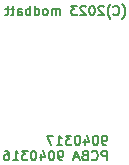
<source format=gbo>
%TF.GenerationSoftware,KiCad,Pcbnew,8.0.2*%
%TF.CreationDate,2024-05-22T08:13:53-07:00*%
%TF.ProjectId,cell string,63656c6c-2073-4747-9269-6e672e6b6963,rev?*%
%TF.SameCoordinates,Original*%
%TF.FileFunction,Legend,Bot*%
%TF.FilePolarity,Positive*%
%FSLAX46Y46*%
G04 Gerber Fmt 4.6, Leading zero omitted, Abs format (unit mm)*
G04 Created by KiCad (PCBNEW 8.0.2) date 2024-05-22 08:13:53*
%MOMM*%
%LPD*%
G01*
G04 APERTURE LIST*
G04 Aperture macros list*
%AMRotRect*
0 Rectangle, with rotation*
0 The origin of the aperture is its center*
0 $1 length*
0 $2 width*
0 $3 Rotation angle, in degrees counterclockwise*
0 Add horizontal line*
21,1,$1,$2,0,0,$3*%
G04 Aperture macros list end*
%ADD10C,0.150000*%
%ADD11C,9.000000*%
%ADD12R,12.000000X7.200000*%
%ADD13C,4.000000*%
%ADD14RotRect,12.000000X7.200000X60.000000*%
%ADD15C,1.700000*%
%ADD16RotRect,12.000000X7.200000X300.000000*%
%ADD17RotRect,12.000000X7.200000X240.000000*%
G04 APERTURE END LIST*
D10*
X-21642731Y-145204057D02*
X-21604636Y-145165961D01*
X-21604636Y-145165961D02*
X-21528445Y-145051676D01*
X-21528445Y-145051676D02*
X-21490350Y-144975485D01*
X-21490350Y-144975485D02*
X-21452255Y-144861200D01*
X-21452255Y-144861200D02*
X-21414160Y-144670723D01*
X-21414160Y-144670723D02*
X-21414160Y-144518342D01*
X-21414160Y-144518342D02*
X-21452255Y-144327866D01*
X-21452255Y-144327866D02*
X-21490350Y-144213580D01*
X-21490350Y-144213580D02*
X-21528445Y-144137390D01*
X-21528445Y-144137390D02*
X-21604636Y-144023104D01*
X-21604636Y-144023104D02*
X-21642731Y-143985009D01*
X-22404636Y-144823104D02*
X-22366540Y-144861200D01*
X-22366540Y-144861200D02*
X-22252255Y-144899295D01*
X-22252255Y-144899295D02*
X-22176064Y-144899295D01*
X-22176064Y-144899295D02*
X-22061778Y-144861200D01*
X-22061778Y-144861200D02*
X-21985588Y-144785009D01*
X-21985588Y-144785009D02*
X-21947493Y-144708819D01*
X-21947493Y-144708819D02*
X-21909397Y-144556438D01*
X-21909397Y-144556438D02*
X-21909397Y-144442152D01*
X-21909397Y-144442152D02*
X-21947493Y-144289771D01*
X-21947493Y-144289771D02*
X-21985588Y-144213580D01*
X-21985588Y-144213580D02*
X-22061778Y-144137390D01*
X-22061778Y-144137390D02*
X-22176064Y-144099295D01*
X-22176064Y-144099295D02*
X-22252255Y-144099295D01*
X-22252255Y-144099295D02*
X-22366540Y-144137390D01*
X-22366540Y-144137390D02*
X-22404636Y-144175485D01*
X-22671302Y-145204057D02*
X-22709397Y-145165961D01*
X-22709397Y-145165961D02*
X-22785588Y-145051676D01*
X-22785588Y-145051676D02*
X-22823683Y-144975485D01*
X-22823683Y-144975485D02*
X-22861778Y-144861200D01*
X-22861778Y-144861200D02*
X-22899874Y-144670723D01*
X-22899874Y-144670723D02*
X-22899874Y-144518342D01*
X-22899874Y-144518342D02*
X-22861778Y-144327866D01*
X-22861778Y-144327866D02*
X-22823683Y-144213580D01*
X-22823683Y-144213580D02*
X-22785588Y-144137390D01*
X-22785588Y-144137390D02*
X-22709397Y-144023104D01*
X-22709397Y-144023104D02*
X-22671302Y-143985009D01*
X-23242730Y-144175485D02*
X-23280826Y-144137390D01*
X-23280826Y-144137390D02*
X-23357016Y-144099295D01*
X-23357016Y-144099295D02*
X-23547492Y-144099295D01*
X-23547492Y-144099295D02*
X-23623683Y-144137390D01*
X-23623683Y-144137390D02*
X-23661778Y-144175485D01*
X-23661778Y-144175485D02*
X-23699873Y-144251676D01*
X-23699873Y-144251676D02*
X-23699873Y-144327866D01*
X-23699873Y-144327866D02*
X-23661778Y-144442152D01*
X-23661778Y-144442152D02*
X-23204635Y-144899295D01*
X-23204635Y-144899295D02*
X-23699873Y-144899295D01*
X-24195112Y-144099295D02*
X-24271302Y-144099295D01*
X-24271302Y-144099295D02*
X-24347493Y-144137390D01*
X-24347493Y-144137390D02*
X-24385588Y-144175485D01*
X-24385588Y-144175485D02*
X-24423683Y-144251676D01*
X-24423683Y-144251676D02*
X-24461778Y-144404057D01*
X-24461778Y-144404057D02*
X-24461778Y-144594533D01*
X-24461778Y-144594533D02*
X-24423683Y-144746914D01*
X-24423683Y-144746914D02*
X-24385588Y-144823104D01*
X-24385588Y-144823104D02*
X-24347493Y-144861200D01*
X-24347493Y-144861200D02*
X-24271302Y-144899295D01*
X-24271302Y-144899295D02*
X-24195112Y-144899295D01*
X-24195112Y-144899295D02*
X-24118921Y-144861200D01*
X-24118921Y-144861200D02*
X-24080826Y-144823104D01*
X-24080826Y-144823104D02*
X-24042731Y-144746914D01*
X-24042731Y-144746914D02*
X-24004635Y-144594533D01*
X-24004635Y-144594533D02*
X-24004635Y-144404057D01*
X-24004635Y-144404057D02*
X-24042731Y-144251676D01*
X-24042731Y-144251676D02*
X-24080826Y-144175485D01*
X-24080826Y-144175485D02*
X-24118921Y-144137390D01*
X-24118921Y-144137390D02*
X-24195112Y-144099295D01*
X-24766540Y-144175485D02*
X-24804636Y-144137390D01*
X-24804636Y-144137390D02*
X-24880826Y-144099295D01*
X-24880826Y-144099295D02*
X-25071302Y-144099295D01*
X-25071302Y-144099295D02*
X-25147493Y-144137390D01*
X-25147493Y-144137390D02*
X-25185588Y-144175485D01*
X-25185588Y-144175485D02*
X-25223683Y-144251676D01*
X-25223683Y-144251676D02*
X-25223683Y-144327866D01*
X-25223683Y-144327866D02*
X-25185588Y-144442152D01*
X-25185588Y-144442152D02*
X-24728445Y-144899295D01*
X-24728445Y-144899295D02*
X-25223683Y-144899295D01*
X-25490350Y-144099295D02*
X-25985588Y-144099295D01*
X-25985588Y-144099295D02*
X-25718922Y-144404057D01*
X-25718922Y-144404057D02*
X-25833207Y-144404057D01*
X-25833207Y-144404057D02*
X-25909398Y-144442152D01*
X-25909398Y-144442152D02*
X-25947493Y-144480247D01*
X-25947493Y-144480247D02*
X-25985588Y-144556438D01*
X-25985588Y-144556438D02*
X-25985588Y-144746914D01*
X-25985588Y-144746914D02*
X-25947493Y-144823104D01*
X-25947493Y-144823104D02*
X-25909398Y-144861200D01*
X-25909398Y-144861200D02*
X-25833207Y-144899295D01*
X-25833207Y-144899295D02*
X-25604636Y-144899295D01*
X-25604636Y-144899295D02*
X-25528445Y-144861200D01*
X-25528445Y-144861200D02*
X-25490350Y-144823104D01*
X-26937970Y-144899295D02*
X-26937970Y-144365961D01*
X-26937970Y-144442152D02*
X-26976065Y-144404057D01*
X-26976065Y-144404057D02*
X-27052255Y-144365961D01*
X-27052255Y-144365961D02*
X-27166541Y-144365961D01*
X-27166541Y-144365961D02*
X-27242732Y-144404057D01*
X-27242732Y-144404057D02*
X-27280827Y-144480247D01*
X-27280827Y-144480247D02*
X-27280827Y-144899295D01*
X-27280827Y-144480247D02*
X-27318922Y-144404057D01*
X-27318922Y-144404057D02*
X-27395113Y-144365961D01*
X-27395113Y-144365961D02*
X-27509398Y-144365961D01*
X-27509398Y-144365961D02*
X-27585589Y-144404057D01*
X-27585589Y-144404057D02*
X-27623684Y-144480247D01*
X-27623684Y-144480247D02*
X-27623684Y-144899295D01*
X-28118922Y-144899295D02*
X-28042732Y-144861200D01*
X-28042732Y-144861200D02*
X-28004637Y-144823104D01*
X-28004637Y-144823104D02*
X-27966541Y-144746914D01*
X-27966541Y-144746914D02*
X-27966541Y-144518342D01*
X-27966541Y-144518342D02*
X-28004637Y-144442152D01*
X-28004637Y-144442152D02*
X-28042732Y-144404057D01*
X-28042732Y-144404057D02*
X-28118922Y-144365961D01*
X-28118922Y-144365961D02*
X-28233208Y-144365961D01*
X-28233208Y-144365961D02*
X-28309399Y-144404057D01*
X-28309399Y-144404057D02*
X-28347494Y-144442152D01*
X-28347494Y-144442152D02*
X-28385589Y-144518342D01*
X-28385589Y-144518342D02*
X-28385589Y-144746914D01*
X-28385589Y-144746914D02*
X-28347494Y-144823104D01*
X-28347494Y-144823104D02*
X-28309399Y-144861200D01*
X-28309399Y-144861200D02*
X-28233208Y-144899295D01*
X-28233208Y-144899295D02*
X-28118922Y-144899295D01*
X-29071304Y-144899295D02*
X-29071304Y-144099295D01*
X-29071304Y-144861200D02*
X-28995113Y-144899295D01*
X-28995113Y-144899295D02*
X-28842732Y-144899295D01*
X-28842732Y-144899295D02*
X-28766542Y-144861200D01*
X-28766542Y-144861200D02*
X-28728447Y-144823104D01*
X-28728447Y-144823104D02*
X-28690351Y-144746914D01*
X-28690351Y-144746914D02*
X-28690351Y-144518342D01*
X-28690351Y-144518342D02*
X-28728447Y-144442152D01*
X-28728447Y-144442152D02*
X-28766542Y-144404057D01*
X-28766542Y-144404057D02*
X-28842732Y-144365961D01*
X-28842732Y-144365961D02*
X-28995113Y-144365961D01*
X-28995113Y-144365961D02*
X-29071304Y-144404057D01*
X-29452257Y-144899295D02*
X-29452257Y-144099295D01*
X-29452257Y-144404057D02*
X-29528447Y-144365961D01*
X-29528447Y-144365961D02*
X-29680828Y-144365961D01*
X-29680828Y-144365961D02*
X-29757019Y-144404057D01*
X-29757019Y-144404057D02*
X-29795114Y-144442152D01*
X-29795114Y-144442152D02*
X-29833209Y-144518342D01*
X-29833209Y-144518342D02*
X-29833209Y-144746914D01*
X-29833209Y-144746914D02*
X-29795114Y-144823104D01*
X-29795114Y-144823104D02*
X-29757019Y-144861200D01*
X-29757019Y-144861200D02*
X-29680828Y-144899295D01*
X-29680828Y-144899295D02*
X-29528447Y-144899295D01*
X-29528447Y-144899295D02*
X-29452257Y-144861200D01*
X-30518924Y-144899295D02*
X-30518924Y-144480247D01*
X-30518924Y-144480247D02*
X-30480829Y-144404057D01*
X-30480829Y-144404057D02*
X-30404638Y-144365961D01*
X-30404638Y-144365961D02*
X-30252257Y-144365961D01*
X-30252257Y-144365961D02*
X-30176067Y-144404057D01*
X-30518924Y-144861200D02*
X-30442733Y-144899295D01*
X-30442733Y-144899295D02*
X-30252257Y-144899295D01*
X-30252257Y-144899295D02*
X-30176067Y-144861200D01*
X-30176067Y-144861200D02*
X-30137971Y-144785009D01*
X-30137971Y-144785009D02*
X-30137971Y-144708819D01*
X-30137971Y-144708819D02*
X-30176067Y-144632628D01*
X-30176067Y-144632628D02*
X-30252257Y-144594533D01*
X-30252257Y-144594533D02*
X-30442733Y-144594533D01*
X-30442733Y-144594533D02*
X-30518924Y-144556438D01*
X-30785591Y-144365961D02*
X-31090353Y-144365961D01*
X-30899877Y-144099295D02*
X-30899877Y-144785009D01*
X-30899877Y-144785009D02*
X-30937972Y-144861200D01*
X-30937972Y-144861200D02*
X-31014162Y-144899295D01*
X-31014162Y-144899295D02*
X-31090353Y-144899295D01*
X-31242734Y-144365961D02*
X-31547496Y-144365961D01*
X-31357020Y-144099295D02*
X-31357020Y-144785009D01*
X-31357020Y-144785009D02*
X-31395115Y-144861200D01*
X-31395115Y-144861200D02*
X-31471305Y-144899295D01*
X-31471305Y-144899295D02*
X-31547496Y-144899295D01*
X-23027255Y-155886340D02*
X-23179636Y-155886340D01*
X-23179636Y-155886340D02*
X-23255826Y-155848245D01*
X-23255826Y-155848245D02*
X-23293922Y-155810149D01*
X-23293922Y-155810149D02*
X-23370112Y-155695864D01*
X-23370112Y-155695864D02*
X-23408207Y-155543483D01*
X-23408207Y-155543483D02*
X-23408207Y-155238721D01*
X-23408207Y-155238721D02*
X-23370112Y-155162530D01*
X-23370112Y-155162530D02*
X-23332017Y-155124435D01*
X-23332017Y-155124435D02*
X-23255826Y-155086340D01*
X-23255826Y-155086340D02*
X-23103445Y-155086340D01*
X-23103445Y-155086340D02*
X-23027255Y-155124435D01*
X-23027255Y-155124435D02*
X-22989160Y-155162530D01*
X-22989160Y-155162530D02*
X-22951064Y-155238721D01*
X-22951064Y-155238721D02*
X-22951064Y-155429197D01*
X-22951064Y-155429197D02*
X-22989160Y-155505387D01*
X-22989160Y-155505387D02*
X-23027255Y-155543483D01*
X-23027255Y-155543483D02*
X-23103445Y-155581578D01*
X-23103445Y-155581578D02*
X-23255826Y-155581578D01*
X-23255826Y-155581578D02*
X-23332017Y-155543483D01*
X-23332017Y-155543483D02*
X-23370112Y-155505387D01*
X-23370112Y-155505387D02*
X-23408207Y-155429197D01*
X-23903446Y-155086340D02*
X-23979636Y-155086340D01*
X-23979636Y-155086340D02*
X-24055827Y-155124435D01*
X-24055827Y-155124435D02*
X-24093922Y-155162530D01*
X-24093922Y-155162530D02*
X-24132017Y-155238721D01*
X-24132017Y-155238721D02*
X-24170112Y-155391102D01*
X-24170112Y-155391102D02*
X-24170112Y-155581578D01*
X-24170112Y-155581578D02*
X-24132017Y-155733959D01*
X-24132017Y-155733959D02*
X-24093922Y-155810149D01*
X-24093922Y-155810149D02*
X-24055827Y-155848245D01*
X-24055827Y-155848245D02*
X-23979636Y-155886340D01*
X-23979636Y-155886340D02*
X-23903446Y-155886340D01*
X-23903446Y-155886340D02*
X-23827255Y-155848245D01*
X-23827255Y-155848245D02*
X-23789160Y-155810149D01*
X-23789160Y-155810149D02*
X-23751065Y-155733959D01*
X-23751065Y-155733959D02*
X-23712969Y-155581578D01*
X-23712969Y-155581578D02*
X-23712969Y-155391102D01*
X-23712969Y-155391102D02*
X-23751065Y-155238721D01*
X-23751065Y-155238721D02*
X-23789160Y-155162530D01*
X-23789160Y-155162530D02*
X-23827255Y-155124435D01*
X-23827255Y-155124435D02*
X-23903446Y-155086340D01*
X-24855827Y-155353006D02*
X-24855827Y-155886340D01*
X-24665351Y-155048245D02*
X-24474874Y-155619673D01*
X-24474874Y-155619673D02*
X-24970113Y-155619673D01*
X-25427256Y-155086340D02*
X-25503446Y-155086340D01*
X-25503446Y-155086340D02*
X-25579637Y-155124435D01*
X-25579637Y-155124435D02*
X-25617732Y-155162530D01*
X-25617732Y-155162530D02*
X-25655827Y-155238721D01*
X-25655827Y-155238721D02*
X-25693922Y-155391102D01*
X-25693922Y-155391102D02*
X-25693922Y-155581578D01*
X-25693922Y-155581578D02*
X-25655827Y-155733959D01*
X-25655827Y-155733959D02*
X-25617732Y-155810149D01*
X-25617732Y-155810149D02*
X-25579637Y-155848245D01*
X-25579637Y-155848245D02*
X-25503446Y-155886340D01*
X-25503446Y-155886340D02*
X-25427256Y-155886340D01*
X-25427256Y-155886340D02*
X-25351065Y-155848245D01*
X-25351065Y-155848245D02*
X-25312970Y-155810149D01*
X-25312970Y-155810149D02*
X-25274875Y-155733959D01*
X-25274875Y-155733959D02*
X-25236779Y-155581578D01*
X-25236779Y-155581578D02*
X-25236779Y-155391102D01*
X-25236779Y-155391102D02*
X-25274875Y-155238721D01*
X-25274875Y-155238721D02*
X-25312970Y-155162530D01*
X-25312970Y-155162530D02*
X-25351065Y-155124435D01*
X-25351065Y-155124435D02*
X-25427256Y-155086340D01*
X-25960589Y-155086340D02*
X-26455827Y-155086340D01*
X-26455827Y-155086340D02*
X-26189161Y-155391102D01*
X-26189161Y-155391102D02*
X-26303446Y-155391102D01*
X-26303446Y-155391102D02*
X-26379637Y-155429197D01*
X-26379637Y-155429197D02*
X-26417732Y-155467292D01*
X-26417732Y-155467292D02*
X-26455827Y-155543483D01*
X-26455827Y-155543483D02*
X-26455827Y-155733959D01*
X-26455827Y-155733959D02*
X-26417732Y-155810149D01*
X-26417732Y-155810149D02*
X-26379637Y-155848245D01*
X-26379637Y-155848245D02*
X-26303446Y-155886340D01*
X-26303446Y-155886340D02*
X-26074875Y-155886340D01*
X-26074875Y-155886340D02*
X-25998684Y-155848245D01*
X-25998684Y-155848245D02*
X-25960589Y-155810149D01*
X-27217732Y-155886340D02*
X-26760589Y-155886340D01*
X-26989161Y-155886340D02*
X-26989161Y-155086340D01*
X-26989161Y-155086340D02*
X-26912970Y-155200625D01*
X-26912970Y-155200625D02*
X-26836780Y-155276816D01*
X-26836780Y-155276816D02*
X-26760589Y-155314911D01*
X-27484399Y-155086340D02*
X-28017733Y-155086340D01*
X-28017733Y-155086340D02*
X-27674875Y-155886340D01*
X-22989160Y-157174295D02*
X-22989160Y-156374295D01*
X-22989160Y-156374295D02*
X-23293922Y-156374295D01*
X-23293922Y-156374295D02*
X-23370112Y-156412390D01*
X-23370112Y-156412390D02*
X-23408207Y-156450485D01*
X-23408207Y-156450485D02*
X-23446303Y-156526676D01*
X-23446303Y-156526676D02*
X-23446303Y-156640961D01*
X-23446303Y-156640961D02*
X-23408207Y-156717152D01*
X-23408207Y-156717152D02*
X-23370112Y-156755247D01*
X-23370112Y-156755247D02*
X-23293922Y-156793342D01*
X-23293922Y-156793342D02*
X-22989160Y-156793342D01*
X-24246303Y-157098104D02*
X-24208207Y-157136200D01*
X-24208207Y-157136200D02*
X-24093922Y-157174295D01*
X-24093922Y-157174295D02*
X-24017731Y-157174295D01*
X-24017731Y-157174295D02*
X-23903445Y-157136200D01*
X-23903445Y-157136200D02*
X-23827255Y-157060009D01*
X-23827255Y-157060009D02*
X-23789160Y-156983819D01*
X-23789160Y-156983819D02*
X-23751064Y-156831438D01*
X-23751064Y-156831438D02*
X-23751064Y-156717152D01*
X-23751064Y-156717152D02*
X-23789160Y-156564771D01*
X-23789160Y-156564771D02*
X-23827255Y-156488580D01*
X-23827255Y-156488580D02*
X-23903445Y-156412390D01*
X-23903445Y-156412390D02*
X-24017731Y-156374295D01*
X-24017731Y-156374295D02*
X-24093922Y-156374295D01*
X-24093922Y-156374295D02*
X-24208207Y-156412390D01*
X-24208207Y-156412390D02*
X-24246303Y-156450485D01*
X-24855826Y-156755247D02*
X-24970112Y-156793342D01*
X-24970112Y-156793342D02*
X-25008207Y-156831438D01*
X-25008207Y-156831438D02*
X-25046303Y-156907628D01*
X-25046303Y-156907628D02*
X-25046303Y-157021914D01*
X-25046303Y-157021914D02*
X-25008207Y-157098104D01*
X-25008207Y-157098104D02*
X-24970112Y-157136200D01*
X-24970112Y-157136200D02*
X-24893922Y-157174295D01*
X-24893922Y-157174295D02*
X-24589160Y-157174295D01*
X-24589160Y-157174295D02*
X-24589160Y-156374295D01*
X-24589160Y-156374295D02*
X-24855826Y-156374295D01*
X-24855826Y-156374295D02*
X-24932017Y-156412390D01*
X-24932017Y-156412390D02*
X-24970112Y-156450485D01*
X-24970112Y-156450485D02*
X-25008207Y-156526676D01*
X-25008207Y-156526676D02*
X-25008207Y-156602866D01*
X-25008207Y-156602866D02*
X-24970112Y-156679057D01*
X-24970112Y-156679057D02*
X-24932017Y-156717152D01*
X-24932017Y-156717152D02*
X-24855826Y-156755247D01*
X-24855826Y-156755247D02*
X-24589160Y-156755247D01*
X-25351064Y-156945723D02*
X-25732017Y-156945723D01*
X-25274874Y-157174295D02*
X-25541541Y-156374295D01*
X-25541541Y-156374295D02*
X-25808207Y-157174295D01*
X-26722493Y-157174295D02*
X-26874874Y-157174295D01*
X-26874874Y-157174295D02*
X-26951064Y-157136200D01*
X-26951064Y-157136200D02*
X-26989160Y-157098104D01*
X-26989160Y-157098104D02*
X-27065350Y-156983819D01*
X-27065350Y-156983819D02*
X-27103445Y-156831438D01*
X-27103445Y-156831438D02*
X-27103445Y-156526676D01*
X-27103445Y-156526676D02*
X-27065350Y-156450485D01*
X-27065350Y-156450485D02*
X-27027255Y-156412390D01*
X-27027255Y-156412390D02*
X-26951064Y-156374295D01*
X-26951064Y-156374295D02*
X-26798683Y-156374295D01*
X-26798683Y-156374295D02*
X-26722493Y-156412390D01*
X-26722493Y-156412390D02*
X-26684398Y-156450485D01*
X-26684398Y-156450485D02*
X-26646302Y-156526676D01*
X-26646302Y-156526676D02*
X-26646302Y-156717152D01*
X-26646302Y-156717152D02*
X-26684398Y-156793342D01*
X-26684398Y-156793342D02*
X-26722493Y-156831438D01*
X-26722493Y-156831438D02*
X-26798683Y-156869533D01*
X-26798683Y-156869533D02*
X-26951064Y-156869533D01*
X-26951064Y-156869533D02*
X-27027255Y-156831438D01*
X-27027255Y-156831438D02*
X-27065350Y-156793342D01*
X-27065350Y-156793342D02*
X-27103445Y-156717152D01*
X-27598684Y-156374295D02*
X-27674874Y-156374295D01*
X-27674874Y-156374295D02*
X-27751065Y-156412390D01*
X-27751065Y-156412390D02*
X-27789160Y-156450485D01*
X-27789160Y-156450485D02*
X-27827255Y-156526676D01*
X-27827255Y-156526676D02*
X-27865350Y-156679057D01*
X-27865350Y-156679057D02*
X-27865350Y-156869533D01*
X-27865350Y-156869533D02*
X-27827255Y-157021914D01*
X-27827255Y-157021914D02*
X-27789160Y-157098104D01*
X-27789160Y-157098104D02*
X-27751065Y-157136200D01*
X-27751065Y-157136200D02*
X-27674874Y-157174295D01*
X-27674874Y-157174295D02*
X-27598684Y-157174295D01*
X-27598684Y-157174295D02*
X-27522493Y-157136200D01*
X-27522493Y-157136200D02*
X-27484398Y-157098104D01*
X-27484398Y-157098104D02*
X-27446303Y-157021914D01*
X-27446303Y-157021914D02*
X-27408207Y-156869533D01*
X-27408207Y-156869533D02*
X-27408207Y-156679057D01*
X-27408207Y-156679057D02*
X-27446303Y-156526676D01*
X-27446303Y-156526676D02*
X-27484398Y-156450485D01*
X-27484398Y-156450485D02*
X-27522493Y-156412390D01*
X-27522493Y-156412390D02*
X-27598684Y-156374295D01*
X-28551065Y-156640961D02*
X-28551065Y-157174295D01*
X-28360589Y-156336200D02*
X-28170112Y-156907628D01*
X-28170112Y-156907628D02*
X-28665351Y-156907628D01*
X-29122494Y-156374295D02*
X-29198684Y-156374295D01*
X-29198684Y-156374295D02*
X-29274875Y-156412390D01*
X-29274875Y-156412390D02*
X-29312970Y-156450485D01*
X-29312970Y-156450485D02*
X-29351065Y-156526676D01*
X-29351065Y-156526676D02*
X-29389160Y-156679057D01*
X-29389160Y-156679057D02*
X-29389160Y-156869533D01*
X-29389160Y-156869533D02*
X-29351065Y-157021914D01*
X-29351065Y-157021914D02*
X-29312970Y-157098104D01*
X-29312970Y-157098104D02*
X-29274875Y-157136200D01*
X-29274875Y-157136200D02*
X-29198684Y-157174295D01*
X-29198684Y-157174295D02*
X-29122494Y-157174295D01*
X-29122494Y-157174295D02*
X-29046303Y-157136200D01*
X-29046303Y-157136200D02*
X-29008208Y-157098104D01*
X-29008208Y-157098104D02*
X-28970113Y-157021914D01*
X-28970113Y-157021914D02*
X-28932017Y-156869533D01*
X-28932017Y-156869533D02*
X-28932017Y-156679057D01*
X-28932017Y-156679057D02*
X-28970113Y-156526676D01*
X-28970113Y-156526676D02*
X-29008208Y-156450485D01*
X-29008208Y-156450485D02*
X-29046303Y-156412390D01*
X-29046303Y-156412390D02*
X-29122494Y-156374295D01*
X-29655827Y-156374295D02*
X-30151065Y-156374295D01*
X-30151065Y-156374295D02*
X-29884399Y-156679057D01*
X-29884399Y-156679057D02*
X-29998684Y-156679057D01*
X-29998684Y-156679057D02*
X-30074875Y-156717152D01*
X-30074875Y-156717152D02*
X-30112970Y-156755247D01*
X-30112970Y-156755247D02*
X-30151065Y-156831438D01*
X-30151065Y-156831438D02*
X-30151065Y-157021914D01*
X-30151065Y-157021914D02*
X-30112970Y-157098104D01*
X-30112970Y-157098104D02*
X-30074875Y-157136200D01*
X-30074875Y-157136200D02*
X-29998684Y-157174295D01*
X-29998684Y-157174295D02*
X-29770113Y-157174295D01*
X-29770113Y-157174295D02*
X-29693922Y-157136200D01*
X-29693922Y-157136200D02*
X-29655827Y-157098104D01*
X-30912970Y-157174295D02*
X-30455827Y-157174295D01*
X-30684399Y-157174295D02*
X-30684399Y-156374295D01*
X-30684399Y-156374295D02*
X-30608208Y-156488580D01*
X-30608208Y-156488580D02*
X-30532018Y-156564771D01*
X-30532018Y-156564771D02*
X-30455827Y-156602866D01*
X-31598685Y-156374295D02*
X-31446304Y-156374295D01*
X-31446304Y-156374295D02*
X-31370113Y-156412390D01*
X-31370113Y-156412390D02*
X-31332018Y-156450485D01*
X-31332018Y-156450485D02*
X-31255828Y-156564771D01*
X-31255828Y-156564771D02*
X-31217732Y-156717152D01*
X-31217732Y-156717152D02*
X-31217732Y-157021914D01*
X-31217732Y-157021914D02*
X-31255828Y-157098104D01*
X-31255828Y-157098104D02*
X-31293923Y-157136200D01*
X-31293923Y-157136200D02*
X-31370113Y-157174295D01*
X-31370113Y-157174295D02*
X-31522494Y-157174295D01*
X-31522494Y-157174295D02*
X-31598685Y-157136200D01*
X-31598685Y-157136200D02*
X-31636780Y-157098104D01*
X-31636780Y-157098104D02*
X-31674875Y-157021914D01*
X-31674875Y-157021914D02*
X-31674875Y-156831438D01*
X-31674875Y-156831438D02*
X-31636780Y-156755247D01*
X-31636780Y-156755247D02*
X-31598685Y-156717152D01*
X-31598685Y-156717152D02*
X-31522494Y-156679057D01*
X-31522494Y-156679057D02*
X-31370113Y-156679057D01*
X-31370113Y-156679057D02*
X-31293923Y-156717152D01*
X-31293923Y-156717152D02*
X-31255828Y-156755247D01*
X-31255828Y-156755247D02*
X-31217732Y-156831438D01*
%LPC*%
D11*
%TO.C,BT13*%
X102150000Y-196600000D03*
D12*
X96150000Y-196600000D03*
D13*
X95650000Y-201400000D03*
%TD*%
D11*
%TO.C,BT8*%
X102150000Y-157280000D03*
D14*
X105150000Y-152083848D03*
D13*
X101243078Y-149250835D03*
%TD*%
D15*
%TO.C,J3*%
X77920000Y-174050000D03*
%TD*%
%TO.C,J2*%
X75390000Y-176600000D03*
%TD*%
D11*
%TO.C,BT11*%
X113500000Y-176940000D03*
D16*
X116500000Y-182136152D03*
D13*
X120906922Y-180169165D03*
%TD*%
D15*
%TO.C,J6*%
X75390000Y-174050000D03*
%TD*%
D11*
%TO.C,BT9*%
X113500000Y-137620000D03*
D16*
X116500000Y-142816152D03*
D13*
X120906922Y-140849165D03*
%TD*%
D11*
%TO.C,BT6*%
X79450000Y-157280000D03*
D16*
X82450000Y-162476152D03*
D13*
X86856922Y-160509165D03*
%TD*%
D11*
%TO.C,BT12*%
X124850000Y-196600000D03*
D12*
X118850000Y-196600000D03*
D13*
X118350000Y-201400000D03*
%TD*%
D11*
%TO.C,BT7*%
X90800000Y-176940000D03*
D14*
X93800000Y-171743848D03*
D13*
X89893078Y-168910835D03*
%TD*%
D11*
%TO.C,BT3*%
X45400000Y-137620000D03*
D12*
X51400000Y-137620000D03*
D13*
X51900000Y-132820000D03*
%TD*%
D15*
%TO.C,J1*%
X86460000Y-203540000D03*
%TD*%
D11*
%TO.C,BT4*%
X68100000Y-137620000D03*
D12*
X74100000Y-137620000D03*
D13*
X74600000Y-132820000D03*
%TD*%
D11*
%TO.C,BT5*%
X90800000Y-137620000D03*
D17*
X87800000Y-142816152D03*
D13*
X91706922Y-145649165D03*
%TD*%
D11*
%TO.C,BT2*%
X34050000Y-157280000D03*
D14*
X37050000Y-152083848D03*
D13*
X33143078Y-149250835D03*
%TD*%
D11*
%TO.C,BT1*%
X56750000Y-157280000D03*
D12*
X50750000Y-157280000D03*
D13*
X50250000Y-162080000D03*
%TD*%
D15*
%TO.C,J4*%
X77930000Y-171520000D03*
%TD*%
%TO.C,J5*%
X75390000Y-171510000D03*
%TD*%
D11*
%TO.C,BT10*%
X124850000Y-157280000D03*
D17*
X121850000Y-162476152D03*
D13*
X125756922Y-165309165D03*
%TD*%
%LPD*%
M02*

</source>
